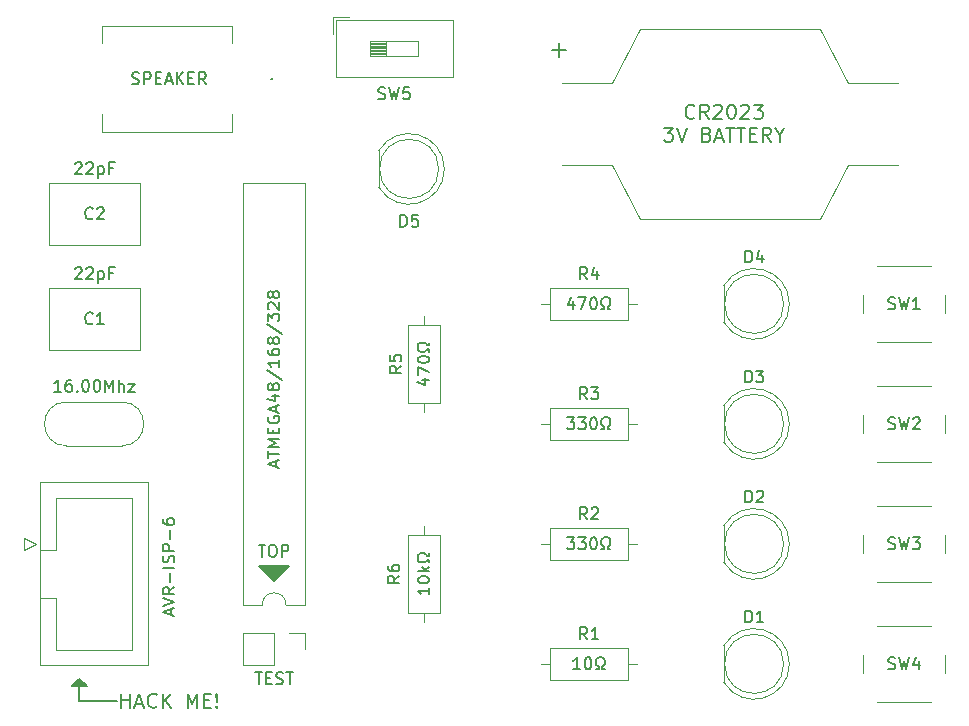
<source format=gbr>
%TF.GenerationSoftware,KiCad,Pcbnew,(6.0.0)*%
%TF.CreationDate,2022-04-21T14:56:22-04:00*%
%TF.ProjectId,DIY,4449592e-6b69-4636-9164-5f7063625858,rev?*%
%TF.SameCoordinates,Original*%
%TF.FileFunction,Legend,Top*%
%TF.FilePolarity,Positive*%
%FSLAX46Y46*%
G04 Gerber Fmt 4.6, Leading zero omitted, Abs format (unit mm)*
G04 Created by KiCad (PCBNEW (6.0.0)) date 2022-04-21 14:56:22*
%MOMM*%
%LPD*%
G01*
G04 APERTURE LIST*
%ADD10C,0.150000*%
%ADD11C,0.100000*%
%ADD12C,0.200000*%
%ADD13C,0.120000*%
G04 APERTURE END LIST*
D10*
X76890952Y-91844761D02*
X77033809Y-91892380D01*
X77271904Y-91892380D01*
X77367142Y-91844761D01*
X77414761Y-91797142D01*
X77462380Y-91701904D01*
X77462380Y-91606666D01*
X77414761Y-91511428D01*
X77367142Y-91463809D01*
X77271904Y-91416190D01*
X77081428Y-91368571D01*
X76986190Y-91320952D01*
X76938571Y-91273333D01*
X76890952Y-91178095D01*
X76890952Y-91082857D01*
X76938571Y-90987619D01*
X76986190Y-90940000D01*
X77081428Y-90892380D01*
X77319523Y-90892380D01*
X77462380Y-90940000D01*
X77890952Y-91892380D02*
X77890952Y-90892380D01*
X78271904Y-90892380D01*
X78367142Y-90940000D01*
X78414761Y-90987619D01*
X78462380Y-91082857D01*
X78462380Y-91225714D01*
X78414761Y-91320952D01*
X78367142Y-91368571D01*
X78271904Y-91416190D01*
X77890952Y-91416190D01*
X78890952Y-91368571D02*
X79224285Y-91368571D01*
X79367142Y-91892380D02*
X78890952Y-91892380D01*
X78890952Y-90892380D01*
X79367142Y-90892380D01*
X79748095Y-91606666D02*
X80224285Y-91606666D01*
X79652857Y-91892380D02*
X79986190Y-90892380D01*
X80319523Y-91892380D01*
X80652857Y-91892380D02*
X80652857Y-90892380D01*
X81224285Y-91892380D02*
X80795714Y-91320952D01*
X81224285Y-90892380D02*
X80652857Y-91463809D01*
X81652857Y-91368571D02*
X81986190Y-91368571D01*
X82129047Y-91892380D02*
X81652857Y-91892380D01*
X81652857Y-90892380D01*
X82129047Y-90892380D01*
X83129047Y-91892380D02*
X82795714Y-91416190D01*
X82557619Y-91892380D02*
X82557619Y-90892380D01*
X82938571Y-90892380D01*
X83033809Y-90940000D01*
X83081428Y-90987619D01*
X83129047Y-91082857D01*
X83129047Y-91225714D01*
X83081428Y-91320952D01*
X83033809Y-91368571D01*
X82938571Y-91416190D01*
X82557619Y-91416190D01*
X124485714Y-94712571D02*
X124428571Y-94769714D01*
X124257142Y-94826857D01*
X124142857Y-94826857D01*
X123971428Y-94769714D01*
X123857142Y-94655428D01*
X123800000Y-94541142D01*
X123742857Y-94312571D01*
X123742857Y-94141142D01*
X123800000Y-93912571D01*
X123857142Y-93798285D01*
X123971428Y-93684000D01*
X124142857Y-93626857D01*
X124257142Y-93626857D01*
X124428571Y-93684000D01*
X124485714Y-93741142D01*
X125685714Y-94826857D02*
X125285714Y-94255428D01*
X125000000Y-94826857D02*
X125000000Y-93626857D01*
X125457142Y-93626857D01*
X125571428Y-93684000D01*
X125628571Y-93741142D01*
X125685714Y-93855428D01*
X125685714Y-94026857D01*
X125628571Y-94141142D01*
X125571428Y-94198285D01*
X125457142Y-94255428D01*
X125000000Y-94255428D01*
X126142857Y-93741142D02*
X126200000Y-93684000D01*
X126314285Y-93626857D01*
X126600000Y-93626857D01*
X126714285Y-93684000D01*
X126771428Y-93741142D01*
X126828571Y-93855428D01*
X126828571Y-93969714D01*
X126771428Y-94141142D01*
X126085714Y-94826857D01*
X126828571Y-94826857D01*
X127571428Y-93626857D02*
X127685714Y-93626857D01*
X127800000Y-93684000D01*
X127857142Y-93741142D01*
X127914285Y-93855428D01*
X127971428Y-94084000D01*
X127971428Y-94369714D01*
X127914285Y-94598285D01*
X127857142Y-94712571D01*
X127800000Y-94769714D01*
X127685714Y-94826857D01*
X127571428Y-94826857D01*
X127457142Y-94769714D01*
X127400000Y-94712571D01*
X127342857Y-94598285D01*
X127285714Y-94369714D01*
X127285714Y-94084000D01*
X127342857Y-93855428D01*
X127400000Y-93741142D01*
X127457142Y-93684000D01*
X127571428Y-93626857D01*
X128428571Y-93741142D02*
X128485714Y-93684000D01*
X128600000Y-93626857D01*
X128885714Y-93626857D01*
X129000000Y-93684000D01*
X129057142Y-93741142D01*
X129114285Y-93855428D01*
X129114285Y-93969714D01*
X129057142Y-94141142D01*
X128371428Y-94826857D01*
X129114285Y-94826857D01*
X129514285Y-93626857D02*
X130257142Y-93626857D01*
X129857142Y-94084000D01*
X130028571Y-94084000D01*
X130142857Y-94141142D01*
X130200000Y-94198285D01*
X130257142Y-94312571D01*
X130257142Y-94598285D01*
X130200000Y-94712571D01*
X130142857Y-94769714D01*
X130028571Y-94826857D01*
X129685714Y-94826857D01*
X129571428Y-94769714D01*
X129514285Y-94712571D01*
X121942857Y-95558857D02*
X122685714Y-95558857D01*
X122285714Y-96016000D01*
X122457142Y-96016000D01*
X122571428Y-96073142D01*
X122628571Y-96130285D01*
X122685714Y-96244571D01*
X122685714Y-96530285D01*
X122628571Y-96644571D01*
X122571428Y-96701714D01*
X122457142Y-96758857D01*
X122114285Y-96758857D01*
X122000000Y-96701714D01*
X121942857Y-96644571D01*
X123028571Y-95558857D02*
X123428571Y-96758857D01*
X123828571Y-95558857D01*
X125542857Y-96130285D02*
X125714285Y-96187428D01*
X125771428Y-96244571D01*
X125828571Y-96358857D01*
X125828571Y-96530285D01*
X125771428Y-96644571D01*
X125714285Y-96701714D01*
X125600000Y-96758857D01*
X125142857Y-96758857D01*
X125142857Y-95558857D01*
X125542857Y-95558857D01*
X125657142Y-95616000D01*
X125714285Y-95673142D01*
X125771428Y-95787428D01*
X125771428Y-95901714D01*
X125714285Y-96016000D01*
X125657142Y-96073142D01*
X125542857Y-96130285D01*
X125142857Y-96130285D01*
X126285714Y-96416000D02*
X126857142Y-96416000D01*
X126171428Y-96758857D02*
X126571428Y-95558857D01*
X126971428Y-96758857D01*
X127200000Y-95558857D02*
X127885714Y-95558857D01*
X127542857Y-96758857D02*
X127542857Y-95558857D01*
X128114285Y-95558857D02*
X128800000Y-95558857D01*
X128457142Y-96758857D02*
X128457142Y-95558857D01*
X129200000Y-96130285D02*
X129600000Y-96130285D01*
X129771428Y-96758857D02*
X129200000Y-96758857D01*
X129200000Y-95558857D01*
X129771428Y-95558857D01*
X130971428Y-96758857D02*
X130571428Y-96187428D01*
X130285714Y-96758857D02*
X130285714Y-95558857D01*
X130742857Y-95558857D01*
X130857142Y-95616000D01*
X130914285Y-95673142D01*
X130971428Y-95787428D01*
X130971428Y-95958857D01*
X130914285Y-96073142D01*
X130857142Y-96130285D01*
X130742857Y-96187428D01*
X130285714Y-96187428D01*
X131714285Y-96187428D02*
X131714285Y-96758857D01*
X131314285Y-95558857D02*
X131714285Y-96187428D01*
X132114285Y-95558857D01*
X73025000Y-142875000D02*
X71755000Y-142875000D01*
X71755000Y-142875000D02*
X72390000Y-142240000D01*
X72390000Y-142240000D02*
X73025000Y-142875000D01*
G36*
X73025000Y-142875000D02*
G01*
X71755000Y-142875000D01*
X72390000Y-142240000D01*
X73025000Y-142875000D01*
G37*
X73025000Y-142875000D02*
X71755000Y-142875000D01*
X72390000Y-142240000D01*
X73025000Y-142875000D01*
X88900000Y-133985000D02*
X87630000Y-132715000D01*
X87630000Y-132715000D02*
X90170000Y-132715000D01*
X90170000Y-132715000D02*
X88900000Y-133985000D01*
G36*
X88900000Y-133985000D02*
G01*
X87630000Y-132715000D01*
X90170000Y-132715000D01*
X88900000Y-133985000D01*
G37*
X88900000Y-133985000D02*
X87630000Y-132715000D01*
X90170000Y-132715000D01*
X88900000Y-133985000D01*
X87590476Y-130897380D02*
X88161904Y-130897380D01*
X87876190Y-131897380D02*
X87876190Y-130897380D01*
X88685714Y-130897380D02*
X88876190Y-130897380D01*
X88971428Y-130945000D01*
X89066666Y-131040238D01*
X89114285Y-131230714D01*
X89114285Y-131564047D01*
X89066666Y-131754523D01*
X88971428Y-131849761D01*
X88876190Y-131897380D01*
X88685714Y-131897380D01*
X88590476Y-131849761D01*
X88495238Y-131754523D01*
X88447619Y-131564047D01*
X88447619Y-131230714D01*
X88495238Y-131040238D01*
X88590476Y-130945000D01*
X88685714Y-130897380D01*
X89542857Y-131897380D02*
X89542857Y-130897380D01*
X89923809Y-130897380D01*
X90019047Y-130945000D01*
X90066666Y-130992619D01*
X90114285Y-131087857D01*
X90114285Y-131230714D01*
X90066666Y-131325952D01*
X90019047Y-131373571D01*
X89923809Y-131421190D01*
X89542857Y-131421190D01*
X89066666Y-124268571D02*
X89066666Y-123792380D01*
X89352380Y-124363809D02*
X88352380Y-124030476D01*
X89352380Y-123697142D01*
X88352380Y-123506666D02*
X88352380Y-122935238D01*
X89352380Y-123220952D02*
X88352380Y-123220952D01*
X89352380Y-122601904D02*
X88352380Y-122601904D01*
X89066666Y-122268571D01*
X88352380Y-121935238D01*
X89352380Y-121935238D01*
X88828571Y-121459047D02*
X88828571Y-121125714D01*
X89352380Y-120982857D02*
X89352380Y-121459047D01*
X88352380Y-121459047D01*
X88352380Y-120982857D01*
X88400000Y-120030476D02*
X88352380Y-120125714D01*
X88352380Y-120268571D01*
X88400000Y-120411428D01*
X88495238Y-120506666D01*
X88590476Y-120554285D01*
X88780952Y-120601904D01*
X88923809Y-120601904D01*
X89114285Y-120554285D01*
X89209523Y-120506666D01*
X89304761Y-120411428D01*
X89352380Y-120268571D01*
X89352380Y-120173333D01*
X89304761Y-120030476D01*
X89257142Y-119982857D01*
X88923809Y-119982857D01*
X88923809Y-120173333D01*
X89066666Y-119601904D02*
X89066666Y-119125714D01*
X89352380Y-119697142D02*
X88352380Y-119363809D01*
X89352380Y-119030476D01*
X88685714Y-118268571D02*
X89352380Y-118268571D01*
X88304761Y-118506666D02*
X89019047Y-118744761D01*
X89019047Y-118125714D01*
X88780952Y-117601904D02*
X88733333Y-117697142D01*
X88685714Y-117744761D01*
X88590476Y-117792380D01*
X88542857Y-117792380D01*
X88447619Y-117744761D01*
X88400000Y-117697142D01*
X88352380Y-117601904D01*
X88352380Y-117411428D01*
X88400000Y-117316190D01*
X88447619Y-117268571D01*
X88542857Y-117220952D01*
X88590476Y-117220952D01*
X88685714Y-117268571D01*
X88733333Y-117316190D01*
X88780952Y-117411428D01*
X88780952Y-117601904D01*
X88828571Y-117697142D01*
X88876190Y-117744761D01*
X88971428Y-117792380D01*
X89161904Y-117792380D01*
X89257142Y-117744761D01*
X89304761Y-117697142D01*
X89352380Y-117601904D01*
X89352380Y-117411428D01*
X89304761Y-117316190D01*
X89257142Y-117268571D01*
X89161904Y-117220952D01*
X88971428Y-117220952D01*
X88876190Y-117268571D01*
X88828571Y-117316190D01*
X88780952Y-117411428D01*
X88304761Y-116078095D02*
X89590476Y-116935238D01*
X89352380Y-115220952D02*
X89352380Y-115792380D01*
X89352380Y-115506666D02*
X88352380Y-115506666D01*
X88495238Y-115601904D01*
X88590476Y-115697142D01*
X88638095Y-115792380D01*
X88352380Y-114363809D02*
X88352380Y-114554285D01*
X88400000Y-114649523D01*
X88447619Y-114697142D01*
X88590476Y-114792380D01*
X88780952Y-114840000D01*
X89161904Y-114840000D01*
X89257142Y-114792380D01*
X89304761Y-114744761D01*
X89352380Y-114649523D01*
X89352380Y-114459047D01*
X89304761Y-114363809D01*
X89257142Y-114316190D01*
X89161904Y-114268571D01*
X88923809Y-114268571D01*
X88828571Y-114316190D01*
X88780952Y-114363809D01*
X88733333Y-114459047D01*
X88733333Y-114649523D01*
X88780952Y-114744761D01*
X88828571Y-114792380D01*
X88923809Y-114840000D01*
X88780952Y-113697142D02*
X88733333Y-113792380D01*
X88685714Y-113840000D01*
X88590476Y-113887619D01*
X88542857Y-113887619D01*
X88447619Y-113840000D01*
X88400000Y-113792380D01*
X88352380Y-113697142D01*
X88352380Y-113506666D01*
X88400000Y-113411428D01*
X88447619Y-113363809D01*
X88542857Y-113316190D01*
X88590476Y-113316190D01*
X88685714Y-113363809D01*
X88733333Y-113411428D01*
X88780952Y-113506666D01*
X88780952Y-113697142D01*
X88828571Y-113792380D01*
X88876190Y-113840000D01*
X88971428Y-113887619D01*
X89161904Y-113887619D01*
X89257142Y-113840000D01*
X89304761Y-113792380D01*
X89352380Y-113697142D01*
X89352380Y-113506666D01*
X89304761Y-113411428D01*
X89257142Y-113363809D01*
X89161904Y-113316190D01*
X88971428Y-113316190D01*
X88876190Y-113363809D01*
X88828571Y-113411428D01*
X88780952Y-113506666D01*
X88304761Y-112173333D02*
X89590476Y-113030476D01*
X88352380Y-111935238D02*
X88352380Y-111316190D01*
X88733333Y-111649523D01*
X88733333Y-111506666D01*
X88780952Y-111411428D01*
X88828571Y-111363809D01*
X88923809Y-111316190D01*
X89161904Y-111316190D01*
X89257142Y-111363809D01*
X89304761Y-111411428D01*
X89352380Y-111506666D01*
X89352380Y-111792380D01*
X89304761Y-111887619D01*
X89257142Y-111935238D01*
X88447619Y-110935238D02*
X88400000Y-110887619D01*
X88352380Y-110792380D01*
X88352380Y-110554285D01*
X88400000Y-110459047D01*
X88447619Y-110411428D01*
X88542857Y-110363809D01*
X88638095Y-110363809D01*
X88780952Y-110411428D01*
X89352380Y-110982857D01*
X89352380Y-110363809D01*
X88780952Y-109792380D02*
X88733333Y-109887619D01*
X88685714Y-109935238D01*
X88590476Y-109982857D01*
X88542857Y-109982857D01*
X88447619Y-109935238D01*
X88400000Y-109887619D01*
X88352380Y-109792380D01*
X88352380Y-109601904D01*
X88400000Y-109506666D01*
X88447619Y-109459047D01*
X88542857Y-109411428D01*
X88590476Y-109411428D01*
X88685714Y-109459047D01*
X88733333Y-109506666D01*
X88780952Y-109601904D01*
X88780952Y-109792380D01*
X88828571Y-109887619D01*
X88876190Y-109935238D01*
X88971428Y-109982857D01*
X89161904Y-109982857D01*
X89257142Y-109935238D01*
X89304761Y-109887619D01*
X89352380Y-109792380D01*
X89352380Y-109601904D01*
X89304761Y-109506666D01*
X89257142Y-109459047D01*
X89161904Y-109411428D01*
X88971428Y-109411428D01*
X88876190Y-109459047D01*
X88828571Y-109506666D01*
X88780952Y-109601904D01*
X75981428Y-144687857D02*
X75981428Y-143487857D01*
X75981428Y-144059285D02*
X76667142Y-144059285D01*
X76667142Y-144687857D02*
X76667142Y-143487857D01*
X77181428Y-144345000D02*
X77752857Y-144345000D01*
X77067142Y-144687857D02*
X77467142Y-143487857D01*
X77867142Y-144687857D01*
X78952857Y-144573571D02*
X78895714Y-144630714D01*
X78724285Y-144687857D01*
X78610000Y-144687857D01*
X78438571Y-144630714D01*
X78324285Y-144516428D01*
X78267142Y-144402142D01*
X78210000Y-144173571D01*
X78210000Y-144002142D01*
X78267142Y-143773571D01*
X78324285Y-143659285D01*
X78438571Y-143545000D01*
X78610000Y-143487857D01*
X78724285Y-143487857D01*
X78895714Y-143545000D01*
X78952857Y-143602142D01*
X79467142Y-144687857D02*
X79467142Y-143487857D01*
X80152857Y-144687857D02*
X79638571Y-144002142D01*
X80152857Y-143487857D02*
X79467142Y-144173571D01*
X81581428Y-144687857D02*
X81581428Y-143487857D01*
X81981428Y-144345000D01*
X82381428Y-143487857D01*
X82381428Y-144687857D01*
X82952857Y-144059285D02*
X83352857Y-144059285D01*
X83524285Y-144687857D02*
X82952857Y-144687857D01*
X82952857Y-143487857D01*
X83524285Y-143487857D01*
X84038571Y-144573571D02*
X84095714Y-144630714D01*
X84038571Y-144687857D01*
X83981428Y-144630714D01*
X84038571Y-144573571D01*
X84038571Y-144687857D01*
X84038571Y-144230714D02*
X83981428Y-143545000D01*
X84038571Y-143487857D01*
X84095714Y-143545000D01*
X84038571Y-144230714D01*
X84038571Y-143487857D01*
X72390000Y-144145000D02*
X75565000Y-144145000D01*
X72390000Y-142240000D02*
X72390000Y-144145000D01*
X112458571Y-89007142D02*
X113601428Y-89007142D01*
X113030000Y-89578571D02*
X113030000Y-88435714D01*
%TO.C,SW5*%
X97726666Y-93114761D02*
X97869523Y-93162380D01*
X98107619Y-93162380D01*
X98202857Y-93114761D01*
X98250476Y-93067142D01*
X98298095Y-92971904D01*
X98298095Y-92876666D01*
X98250476Y-92781428D01*
X98202857Y-92733809D01*
X98107619Y-92686190D01*
X97917142Y-92638571D01*
X97821904Y-92590952D01*
X97774285Y-92543333D01*
X97726666Y-92448095D01*
X97726666Y-92352857D01*
X97774285Y-92257619D01*
X97821904Y-92210000D01*
X97917142Y-92162380D01*
X98155238Y-92162380D01*
X98298095Y-92210000D01*
X98631428Y-92162380D02*
X98869523Y-93162380D01*
X99060000Y-92448095D01*
X99250476Y-93162380D01*
X99488571Y-92162380D01*
X100345714Y-92162380D02*
X99869523Y-92162380D01*
X99821904Y-92638571D01*
X99869523Y-92590952D01*
X99964761Y-92543333D01*
X100202857Y-92543333D01*
X100298095Y-92590952D01*
X100345714Y-92638571D01*
X100393333Y-92733809D01*
X100393333Y-92971904D01*
X100345714Y-93067142D01*
X100298095Y-93114761D01*
X100202857Y-93162380D01*
X99964761Y-93162380D01*
X99869523Y-93114761D01*
X99821904Y-93067142D01*
%TO.C,C2*%
X73533333Y-103227142D02*
X73485714Y-103274761D01*
X73342857Y-103322380D01*
X73247619Y-103322380D01*
X73104761Y-103274761D01*
X73009523Y-103179523D01*
X72961904Y-103084285D01*
X72914285Y-102893809D01*
X72914285Y-102750952D01*
X72961904Y-102560476D01*
X73009523Y-102465238D01*
X73104761Y-102370000D01*
X73247619Y-102322380D01*
X73342857Y-102322380D01*
X73485714Y-102370000D01*
X73533333Y-102417619D01*
X73914285Y-102417619D02*
X73961904Y-102370000D01*
X74057142Y-102322380D01*
X74295238Y-102322380D01*
X74390476Y-102370000D01*
X74438095Y-102417619D01*
X74485714Y-102512857D01*
X74485714Y-102608095D01*
X74438095Y-102750952D01*
X73866666Y-103322380D01*
X74485714Y-103322380D01*
X72057142Y-98607619D02*
X72104761Y-98560000D01*
X72200000Y-98512380D01*
X72438095Y-98512380D01*
X72533333Y-98560000D01*
X72580952Y-98607619D01*
X72628571Y-98702857D01*
X72628571Y-98798095D01*
X72580952Y-98940952D01*
X72009523Y-99512380D01*
X72628571Y-99512380D01*
X73009523Y-98607619D02*
X73057142Y-98560000D01*
X73152380Y-98512380D01*
X73390476Y-98512380D01*
X73485714Y-98560000D01*
X73533333Y-98607619D01*
X73580952Y-98702857D01*
X73580952Y-98798095D01*
X73533333Y-98940952D01*
X72961904Y-99512380D01*
X73580952Y-99512380D01*
X74009523Y-98845714D02*
X74009523Y-99845714D01*
X74009523Y-98893333D02*
X74104761Y-98845714D01*
X74295238Y-98845714D01*
X74390476Y-98893333D01*
X74438095Y-98940952D01*
X74485714Y-99036190D01*
X74485714Y-99321904D01*
X74438095Y-99417142D01*
X74390476Y-99464761D01*
X74295238Y-99512380D01*
X74104761Y-99512380D01*
X74009523Y-99464761D01*
X75247619Y-98988571D02*
X74914285Y-98988571D01*
X74914285Y-99512380D02*
X74914285Y-98512380D01*
X75390476Y-98512380D01*
%TO.C,C1*%
X72057142Y-107497619D02*
X72104761Y-107450000D01*
X72200000Y-107402380D01*
X72438095Y-107402380D01*
X72533333Y-107450000D01*
X72580952Y-107497619D01*
X72628571Y-107592857D01*
X72628571Y-107688095D01*
X72580952Y-107830952D01*
X72009523Y-108402380D01*
X72628571Y-108402380D01*
X73009523Y-107497619D02*
X73057142Y-107450000D01*
X73152380Y-107402380D01*
X73390476Y-107402380D01*
X73485714Y-107450000D01*
X73533333Y-107497619D01*
X73580952Y-107592857D01*
X73580952Y-107688095D01*
X73533333Y-107830952D01*
X72961904Y-108402380D01*
X73580952Y-108402380D01*
X74009523Y-107735714D02*
X74009523Y-108735714D01*
X74009523Y-107783333D02*
X74104761Y-107735714D01*
X74295238Y-107735714D01*
X74390476Y-107783333D01*
X74438095Y-107830952D01*
X74485714Y-107926190D01*
X74485714Y-108211904D01*
X74438095Y-108307142D01*
X74390476Y-108354761D01*
X74295238Y-108402380D01*
X74104761Y-108402380D01*
X74009523Y-108354761D01*
X75247619Y-107878571D02*
X74914285Y-107878571D01*
X74914285Y-108402380D02*
X74914285Y-107402380D01*
X75390476Y-107402380D01*
X73533333Y-112117142D02*
X73485714Y-112164761D01*
X73342857Y-112212380D01*
X73247619Y-112212380D01*
X73104761Y-112164761D01*
X73009523Y-112069523D01*
X72961904Y-111974285D01*
X72914285Y-111783809D01*
X72914285Y-111640952D01*
X72961904Y-111450476D01*
X73009523Y-111355238D01*
X73104761Y-111260000D01*
X73247619Y-111212380D01*
X73342857Y-111212380D01*
X73485714Y-111260000D01*
X73533333Y-111307619D01*
X74485714Y-112212380D02*
X73914285Y-112212380D01*
X74200000Y-112212380D02*
X74200000Y-111212380D01*
X74104761Y-111355238D01*
X74009523Y-111450476D01*
X73914285Y-111498095D01*
%TO.C,J1*%
X80176666Y-136810238D02*
X80176666Y-136334047D01*
X80462380Y-136905476D02*
X79462380Y-136572142D01*
X80462380Y-136238809D01*
X79462380Y-136048333D02*
X80462380Y-135715000D01*
X79462380Y-135381666D01*
X80462380Y-134476904D02*
X79986190Y-134810238D01*
X80462380Y-135048333D02*
X79462380Y-135048333D01*
X79462380Y-134667380D01*
X79510000Y-134572142D01*
X79557619Y-134524523D01*
X79652857Y-134476904D01*
X79795714Y-134476904D01*
X79890952Y-134524523D01*
X79938571Y-134572142D01*
X79986190Y-134667380D01*
X79986190Y-135048333D01*
X80081428Y-134048333D02*
X80081428Y-133286428D01*
X80462380Y-132810238D02*
X79462380Y-132810238D01*
X80414761Y-132381666D02*
X80462380Y-132238809D01*
X80462380Y-132000714D01*
X80414761Y-131905476D01*
X80367142Y-131857857D01*
X80271904Y-131810238D01*
X80176666Y-131810238D01*
X80081428Y-131857857D01*
X80033809Y-131905476D01*
X79986190Y-132000714D01*
X79938571Y-132191190D01*
X79890952Y-132286428D01*
X79843333Y-132334047D01*
X79748095Y-132381666D01*
X79652857Y-132381666D01*
X79557619Y-132334047D01*
X79510000Y-132286428D01*
X79462380Y-132191190D01*
X79462380Y-131953095D01*
X79510000Y-131810238D01*
X80462380Y-131381666D02*
X79462380Y-131381666D01*
X79462380Y-131000714D01*
X79510000Y-130905476D01*
X79557619Y-130857857D01*
X79652857Y-130810238D01*
X79795714Y-130810238D01*
X79890952Y-130857857D01*
X79938571Y-130905476D01*
X79986190Y-131000714D01*
X79986190Y-131381666D01*
X80081428Y-130381666D02*
X80081428Y-129619761D01*
X79462380Y-128715000D02*
X79462380Y-128905476D01*
X79510000Y-129000714D01*
X79557619Y-129048333D01*
X79700476Y-129143571D01*
X79890952Y-129191190D01*
X80271904Y-129191190D01*
X80367142Y-129143571D01*
X80414761Y-129095952D01*
X80462380Y-129000714D01*
X80462380Y-128810238D01*
X80414761Y-128715000D01*
X80367142Y-128667380D01*
X80271904Y-128619761D01*
X80033809Y-128619761D01*
X79938571Y-128667380D01*
X79890952Y-128715000D01*
X79843333Y-128810238D01*
X79843333Y-129000714D01*
X79890952Y-129095952D01*
X79938571Y-129143571D01*
X80033809Y-129191190D01*
%TO.C,TEST*%
X87304761Y-141692380D02*
X87876190Y-141692380D01*
X87590476Y-142692380D02*
X87590476Y-141692380D01*
X88209523Y-142168571D02*
X88542857Y-142168571D01*
X88685714Y-142692380D02*
X88209523Y-142692380D01*
X88209523Y-141692380D01*
X88685714Y-141692380D01*
X89066666Y-142644761D02*
X89209523Y-142692380D01*
X89447619Y-142692380D01*
X89542857Y-142644761D01*
X89590476Y-142597142D01*
X89638095Y-142501904D01*
X89638095Y-142406666D01*
X89590476Y-142311428D01*
X89542857Y-142263809D01*
X89447619Y-142216190D01*
X89257142Y-142168571D01*
X89161904Y-142120952D01*
X89114285Y-142073333D01*
X89066666Y-141978095D01*
X89066666Y-141882857D01*
X89114285Y-141787619D01*
X89161904Y-141740000D01*
X89257142Y-141692380D01*
X89495238Y-141692380D01*
X89638095Y-141740000D01*
X89923809Y-141692380D02*
X90495238Y-141692380D01*
X90209523Y-142692380D02*
X90209523Y-141692380D01*
%TO.C,Y1*%
X70850476Y-117927380D02*
X70279047Y-117927380D01*
X70564761Y-117927380D02*
X70564761Y-116927380D01*
X70469523Y-117070238D01*
X70374285Y-117165476D01*
X70279047Y-117213095D01*
X71707619Y-116927380D02*
X71517142Y-116927380D01*
X71421904Y-116975000D01*
X71374285Y-117022619D01*
X71279047Y-117165476D01*
X71231428Y-117355952D01*
X71231428Y-117736904D01*
X71279047Y-117832142D01*
X71326666Y-117879761D01*
X71421904Y-117927380D01*
X71612380Y-117927380D01*
X71707619Y-117879761D01*
X71755238Y-117832142D01*
X71802857Y-117736904D01*
X71802857Y-117498809D01*
X71755238Y-117403571D01*
X71707619Y-117355952D01*
X71612380Y-117308333D01*
X71421904Y-117308333D01*
X71326666Y-117355952D01*
X71279047Y-117403571D01*
X71231428Y-117498809D01*
X72231428Y-117832142D02*
X72279047Y-117879761D01*
X72231428Y-117927380D01*
X72183809Y-117879761D01*
X72231428Y-117832142D01*
X72231428Y-117927380D01*
X72898095Y-116927380D02*
X72993333Y-116927380D01*
X73088571Y-116975000D01*
X73136190Y-117022619D01*
X73183809Y-117117857D01*
X73231428Y-117308333D01*
X73231428Y-117546428D01*
X73183809Y-117736904D01*
X73136190Y-117832142D01*
X73088571Y-117879761D01*
X72993333Y-117927380D01*
X72898095Y-117927380D01*
X72802857Y-117879761D01*
X72755238Y-117832142D01*
X72707619Y-117736904D01*
X72660000Y-117546428D01*
X72660000Y-117308333D01*
X72707619Y-117117857D01*
X72755238Y-117022619D01*
X72802857Y-116975000D01*
X72898095Y-116927380D01*
X73850476Y-116927380D02*
X73945714Y-116927380D01*
X74040952Y-116975000D01*
X74088571Y-117022619D01*
X74136190Y-117117857D01*
X74183809Y-117308333D01*
X74183809Y-117546428D01*
X74136190Y-117736904D01*
X74088571Y-117832142D01*
X74040952Y-117879761D01*
X73945714Y-117927380D01*
X73850476Y-117927380D01*
X73755238Y-117879761D01*
X73707619Y-117832142D01*
X73660000Y-117736904D01*
X73612380Y-117546428D01*
X73612380Y-117308333D01*
X73660000Y-117117857D01*
X73707619Y-117022619D01*
X73755238Y-116975000D01*
X73850476Y-116927380D01*
X74612380Y-117927380D02*
X74612380Y-116927380D01*
X74945714Y-117641666D01*
X75279047Y-116927380D01*
X75279047Y-117927380D01*
X75755238Y-117927380D02*
X75755238Y-116927380D01*
X76183809Y-117927380D02*
X76183809Y-117403571D01*
X76136190Y-117308333D01*
X76040952Y-117260714D01*
X75898095Y-117260714D01*
X75802857Y-117308333D01*
X75755238Y-117355952D01*
X76564761Y-117260714D02*
X77088571Y-117260714D01*
X76564761Y-117927380D01*
X77088571Y-117927380D01*
%TO.C,D5*%
X99591904Y-103957380D02*
X99591904Y-102957380D01*
X99830000Y-102957380D01*
X99972857Y-103005000D01*
X100068095Y-103100238D01*
X100115714Y-103195476D01*
X100163333Y-103385952D01*
X100163333Y-103528809D01*
X100115714Y-103719285D01*
X100068095Y-103814523D01*
X99972857Y-103909761D01*
X99830000Y-103957380D01*
X99591904Y-103957380D01*
X101068095Y-102957380D02*
X100591904Y-102957380D01*
X100544285Y-103433571D01*
X100591904Y-103385952D01*
X100687142Y-103338333D01*
X100925238Y-103338333D01*
X101020476Y-103385952D01*
X101068095Y-103433571D01*
X101115714Y-103528809D01*
X101115714Y-103766904D01*
X101068095Y-103862142D01*
X101020476Y-103909761D01*
X100925238Y-103957380D01*
X100687142Y-103957380D01*
X100591904Y-103909761D01*
X100544285Y-103862142D01*
%TO.C,R6*%
X99512380Y-133516666D02*
X99036190Y-133850000D01*
X99512380Y-134088095D02*
X98512380Y-134088095D01*
X98512380Y-133707142D01*
X98560000Y-133611904D01*
X98607619Y-133564285D01*
X98702857Y-133516666D01*
X98845714Y-133516666D01*
X98940952Y-133564285D01*
X98988571Y-133611904D01*
X99036190Y-133707142D01*
X99036190Y-134088095D01*
X98512380Y-132659523D02*
X98512380Y-132850000D01*
X98560000Y-132945238D01*
X98607619Y-132992857D01*
X98750476Y-133088095D01*
X98940952Y-133135714D01*
X99321904Y-133135714D01*
X99417142Y-133088095D01*
X99464761Y-133040476D01*
X99512380Y-132945238D01*
X99512380Y-132754761D01*
X99464761Y-132659523D01*
X99417142Y-132611904D01*
X99321904Y-132564285D01*
X99083809Y-132564285D01*
X98988571Y-132611904D01*
X98940952Y-132659523D01*
X98893333Y-132754761D01*
X98893333Y-132945238D01*
X98940952Y-133040476D01*
X98988571Y-133088095D01*
X99083809Y-133135714D01*
X102052380Y-134516666D02*
X102052380Y-135088095D01*
X102052380Y-134802380D02*
X101052380Y-134802380D01*
X101195238Y-134897619D01*
X101290476Y-134992857D01*
X101338095Y-135088095D01*
X101052380Y-133897619D02*
X101052380Y-133802380D01*
X101100000Y-133707142D01*
X101147619Y-133659523D01*
X101242857Y-133611904D01*
X101433333Y-133564285D01*
X101671428Y-133564285D01*
X101861904Y-133611904D01*
X101957142Y-133659523D01*
X102004761Y-133707142D01*
X102052380Y-133802380D01*
X102052380Y-133897619D01*
X102004761Y-133992857D01*
X101957142Y-134040476D01*
X101861904Y-134088095D01*
X101671428Y-134135714D01*
X101433333Y-134135714D01*
X101242857Y-134088095D01*
X101147619Y-134040476D01*
X101100000Y-133992857D01*
X101052380Y-133897619D01*
X102052380Y-133135714D02*
X101052380Y-133135714D01*
X101671428Y-133040476D02*
X102052380Y-132754761D01*
X101385714Y-132754761D02*
X101766666Y-133135714D01*
X102052380Y-132373809D02*
X102052380Y-132135714D01*
X101861904Y-132135714D01*
X101814285Y-132230952D01*
X101719047Y-132326190D01*
X101576190Y-132373809D01*
X101338095Y-132373809D01*
X101195238Y-132326190D01*
X101100000Y-132230952D01*
X101052380Y-132088095D01*
X101052380Y-131897619D01*
X101100000Y-131754761D01*
X101195238Y-131659523D01*
X101338095Y-131611904D01*
X101576190Y-131611904D01*
X101719047Y-131659523D01*
X101814285Y-131754761D01*
X101861904Y-131850000D01*
X102052380Y-131850000D01*
X102052380Y-131611904D01*
%TO.C,R5*%
X99682380Y-115736666D02*
X99206190Y-116070000D01*
X99682380Y-116308095D02*
X98682380Y-116308095D01*
X98682380Y-115927142D01*
X98730000Y-115831904D01*
X98777619Y-115784285D01*
X98872857Y-115736666D01*
X99015714Y-115736666D01*
X99110952Y-115784285D01*
X99158571Y-115831904D01*
X99206190Y-115927142D01*
X99206190Y-116308095D01*
X98682380Y-114831904D02*
X98682380Y-115308095D01*
X99158571Y-115355714D01*
X99110952Y-115308095D01*
X99063333Y-115212857D01*
X99063333Y-114974761D01*
X99110952Y-114879523D01*
X99158571Y-114831904D01*
X99253809Y-114784285D01*
X99491904Y-114784285D01*
X99587142Y-114831904D01*
X99634761Y-114879523D01*
X99682380Y-114974761D01*
X99682380Y-115212857D01*
X99634761Y-115308095D01*
X99587142Y-115355714D01*
X101385714Y-116903333D02*
X102052380Y-116903333D01*
X101004761Y-117141428D02*
X101719047Y-117379523D01*
X101719047Y-116760476D01*
X101052380Y-116474761D02*
X101052380Y-115808095D01*
X102052380Y-116236666D01*
X101052380Y-115236666D02*
X101052380Y-115141428D01*
X101100000Y-115046190D01*
X101147619Y-114998571D01*
X101242857Y-114950952D01*
X101433333Y-114903333D01*
X101671428Y-114903333D01*
X101861904Y-114950952D01*
X101957142Y-114998571D01*
X102004761Y-115046190D01*
X102052380Y-115141428D01*
X102052380Y-115236666D01*
X102004761Y-115331904D01*
X101957142Y-115379523D01*
X101861904Y-115427142D01*
X101671428Y-115474761D01*
X101433333Y-115474761D01*
X101242857Y-115427142D01*
X101147619Y-115379523D01*
X101100000Y-115331904D01*
X101052380Y-115236666D01*
X102052380Y-114522380D02*
X102052380Y-114284285D01*
X101861904Y-114284285D01*
X101814285Y-114379523D01*
X101719047Y-114474761D01*
X101576190Y-114522380D01*
X101338095Y-114522380D01*
X101195238Y-114474761D01*
X101100000Y-114379523D01*
X101052380Y-114236666D01*
X101052380Y-114046190D01*
X101100000Y-113903333D01*
X101195238Y-113808095D01*
X101338095Y-113760476D01*
X101576190Y-113760476D01*
X101719047Y-113808095D01*
X101814285Y-113903333D01*
X101861904Y-113998571D01*
X102052380Y-113998571D01*
X102052380Y-113760476D01*
%TO.C,SW4*%
X140906666Y-141374761D02*
X141049523Y-141422380D01*
X141287619Y-141422380D01*
X141382857Y-141374761D01*
X141430476Y-141327142D01*
X141478095Y-141231904D01*
X141478095Y-141136666D01*
X141430476Y-141041428D01*
X141382857Y-140993809D01*
X141287619Y-140946190D01*
X141097142Y-140898571D01*
X141001904Y-140850952D01*
X140954285Y-140803333D01*
X140906666Y-140708095D01*
X140906666Y-140612857D01*
X140954285Y-140517619D01*
X141001904Y-140470000D01*
X141097142Y-140422380D01*
X141335238Y-140422380D01*
X141478095Y-140470000D01*
X141811428Y-140422380D02*
X142049523Y-141422380D01*
X142240000Y-140708095D01*
X142430476Y-141422380D01*
X142668571Y-140422380D01*
X143478095Y-140755714D02*
X143478095Y-141422380D01*
X143240000Y-140374761D02*
X143001904Y-141089047D01*
X143620952Y-141089047D01*
%TO.C,SW3*%
X140906666Y-131214761D02*
X141049523Y-131262380D01*
X141287619Y-131262380D01*
X141382857Y-131214761D01*
X141430476Y-131167142D01*
X141478095Y-131071904D01*
X141478095Y-130976666D01*
X141430476Y-130881428D01*
X141382857Y-130833809D01*
X141287619Y-130786190D01*
X141097142Y-130738571D01*
X141001904Y-130690952D01*
X140954285Y-130643333D01*
X140906666Y-130548095D01*
X140906666Y-130452857D01*
X140954285Y-130357619D01*
X141001904Y-130310000D01*
X141097142Y-130262380D01*
X141335238Y-130262380D01*
X141478095Y-130310000D01*
X141811428Y-130262380D02*
X142049523Y-131262380D01*
X142240000Y-130548095D01*
X142430476Y-131262380D01*
X142668571Y-130262380D01*
X142954285Y-130262380D02*
X143573333Y-130262380D01*
X143240000Y-130643333D01*
X143382857Y-130643333D01*
X143478095Y-130690952D01*
X143525714Y-130738571D01*
X143573333Y-130833809D01*
X143573333Y-131071904D01*
X143525714Y-131167142D01*
X143478095Y-131214761D01*
X143382857Y-131262380D01*
X143097142Y-131262380D01*
X143001904Y-131214761D01*
X142954285Y-131167142D01*
%TO.C,SW2*%
X140906666Y-121054761D02*
X141049523Y-121102380D01*
X141287619Y-121102380D01*
X141382857Y-121054761D01*
X141430476Y-121007142D01*
X141478095Y-120911904D01*
X141478095Y-120816666D01*
X141430476Y-120721428D01*
X141382857Y-120673809D01*
X141287619Y-120626190D01*
X141097142Y-120578571D01*
X141001904Y-120530952D01*
X140954285Y-120483333D01*
X140906666Y-120388095D01*
X140906666Y-120292857D01*
X140954285Y-120197619D01*
X141001904Y-120150000D01*
X141097142Y-120102380D01*
X141335238Y-120102380D01*
X141478095Y-120150000D01*
X141811428Y-120102380D02*
X142049523Y-121102380D01*
X142240000Y-120388095D01*
X142430476Y-121102380D01*
X142668571Y-120102380D01*
X143001904Y-120197619D02*
X143049523Y-120150000D01*
X143144761Y-120102380D01*
X143382857Y-120102380D01*
X143478095Y-120150000D01*
X143525714Y-120197619D01*
X143573333Y-120292857D01*
X143573333Y-120388095D01*
X143525714Y-120530952D01*
X142954285Y-121102380D01*
X143573333Y-121102380D01*
%TO.C,SW1*%
X140906666Y-110894761D02*
X141049523Y-110942380D01*
X141287619Y-110942380D01*
X141382857Y-110894761D01*
X141430476Y-110847142D01*
X141478095Y-110751904D01*
X141478095Y-110656666D01*
X141430476Y-110561428D01*
X141382857Y-110513809D01*
X141287619Y-110466190D01*
X141097142Y-110418571D01*
X141001904Y-110370952D01*
X140954285Y-110323333D01*
X140906666Y-110228095D01*
X140906666Y-110132857D01*
X140954285Y-110037619D01*
X141001904Y-109990000D01*
X141097142Y-109942380D01*
X141335238Y-109942380D01*
X141478095Y-109990000D01*
X141811428Y-109942380D02*
X142049523Y-110942380D01*
X142240000Y-110228095D01*
X142430476Y-110942380D01*
X142668571Y-109942380D01*
X143573333Y-110942380D02*
X143001904Y-110942380D01*
X143287619Y-110942380D02*
X143287619Y-109942380D01*
X143192380Y-110085238D01*
X143097142Y-110180476D01*
X143001904Y-110228095D01*
%TO.C,D4*%
X128801904Y-106982380D02*
X128801904Y-105982380D01*
X129040000Y-105982380D01*
X129182857Y-106030000D01*
X129278095Y-106125238D01*
X129325714Y-106220476D01*
X129373333Y-106410952D01*
X129373333Y-106553809D01*
X129325714Y-106744285D01*
X129278095Y-106839523D01*
X129182857Y-106934761D01*
X129040000Y-106982380D01*
X128801904Y-106982380D01*
X130230476Y-106315714D02*
X130230476Y-106982380D01*
X129992380Y-105934761D02*
X129754285Y-106649047D01*
X130373333Y-106649047D01*
%TO.C,D3*%
X128801904Y-117142380D02*
X128801904Y-116142380D01*
X129040000Y-116142380D01*
X129182857Y-116190000D01*
X129278095Y-116285238D01*
X129325714Y-116380476D01*
X129373333Y-116570952D01*
X129373333Y-116713809D01*
X129325714Y-116904285D01*
X129278095Y-116999523D01*
X129182857Y-117094761D01*
X129040000Y-117142380D01*
X128801904Y-117142380D01*
X129706666Y-116142380D02*
X130325714Y-116142380D01*
X129992380Y-116523333D01*
X130135238Y-116523333D01*
X130230476Y-116570952D01*
X130278095Y-116618571D01*
X130325714Y-116713809D01*
X130325714Y-116951904D01*
X130278095Y-117047142D01*
X130230476Y-117094761D01*
X130135238Y-117142380D01*
X129849523Y-117142380D01*
X129754285Y-117094761D01*
X129706666Y-117047142D01*
%TO.C,D2*%
X128801904Y-127302380D02*
X128801904Y-126302380D01*
X129040000Y-126302380D01*
X129182857Y-126350000D01*
X129278095Y-126445238D01*
X129325714Y-126540476D01*
X129373333Y-126730952D01*
X129373333Y-126873809D01*
X129325714Y-127064285D01*
X129278095Y-127159523D01*
X129182857Y-127254761D01*
X129040000Y-127302380D01*
X128801904Y-127302380D01*
X129754285Y-126397619D02*
X129801904Y-126350000D01*
X129897142Y-126302380D01*
X130135238Y-126302380D01*
X130230476Y-126350000D01*
X130278095Y-126397619D01*
X130325714Y-126492857D01*
X130325714Y-126588095D01*
X130278095Y-126730952D01*
X129706666Y-127302380D01*
X130325714Y-127302380D01*
%TO.C,D1*%
X128801904Y-137462380D02*
X128801904Y-136462380D01*
X129040000Y-136462380D01*
X129182857Y-136510000D01*
X129278095Y-136605238D01*
X129325714Y-136700476D01*
X129373333Y-136890952D01*
X129373333Y-137033809D01*
X129325714Y-137224285D01*
X129278095Y-137319523D01*
X129182857Y-137414761D01*
X129040000Y-137462380D01*
X128801904Y-137462380D01*
X130325714Y-137462380D02*
X129754285Y-137462380D01*
X130040000Y-137462380D02*
X130040000Y-136462380D01*
X129944761Y-136605238D01*
X129849523Y-136700476D01*
X129754285Y-136748095D01*
%TO.C,R4*%
X115403333Y-108402380D02*
X115070000Y-107926190D01*
X114831904Y-108402380D02*
X114831904Y-107402380D01*
X115212857Y-107402380D01*
X115308095Y-107450000D01*
X115355714Y-107497619D01*
X115403333Y-107592857D01*
X115403333Y-107735714D01*
X115355714Y-107830952D01*
X115308095Y-107878571D01*
X115212857Y-107926190D01*
X114831904Y-107926190D01*
X116260476Y-107735714D02*
X116260476Y-108402380D01*
X116022380Y-107354761D02*
X115784285Y-108069047D01*
X116403333Y-108069047D01*
X114236666Y-110275714D02*
X114236666Y-110942380D01*
X113998571Y-109894761D02*
X113760476Y-110609047D01*
X114379523Y-110609047D01*
X114665238Y-109942380D02*
X115331904Y-109942380D01*
X114903333Y-110942380D01*
X115903333Y-109942380D02*
X115998571Y-109942380D01*
X116093809Y-109990000D01*
X116141428Y-110037619D01*
X116189047Y-110132857D01*
X116236666Y-110323333D01*
X116236666Y-110561428D01*
X116189047Y-110751904D01*
X116141428Y-110847142D01*
X116093809Y-110894761D01*
X115998571Y-110942380D01*
X115903333Y-110942380D01*
X115808095Y-110894761D01*
X115760476Y-110847142D01*
X115712857Y-110751904D01*
X115665238Y-110561428D01*
X115665238Y-110323333D01*
X115712857Y-110132857D01*
X115760476Y-110037619D01*
X115808095Y-109990000D01*
X115903333Y-109942380D01*
X116617619Y-110942380D02*
X116855714Y-110942380D01*
X116855714Y-110751904D01*
X116760476Y-110704285D01*
X116665238Y-110609047D01*
X116617619Y-110466190D01*
X116617619Y-110228095D01*
X116665238Y-110085238D01*
X116760476Y-109990000D01*
X116903333Y-109942380D01*
X117093809Y-109942380D01*
X117236666Y-109990000D01*
X117331904Y-110085238D01*
X117379523Y-110228095D01*
X117379523Y-110466190D01*
X117331904Y-110609047D01*
X117236666Y-110704285D01*
X117141428Y-110751904D01*
X117141428Y-110942380D01*
X117379523Y-110942380D01*
%TO.C,R3*%
X115403333Y-118562380D02*
X115070000Y-118086190D01*
X114831904Y-118562380D02*
X114831904Y-117562380D01*
X115212857Y-117562380D01*
X115308095Y-117610000D01*
X115355714Y-117657619D01*
X115403333Y-117752857D01*
X115403333Y-117895714D01*
X115355714Y-117990952D01*
X115308095Y-118038571D01*
X115212857Y-118086190D01*
X114831904Y-118086190D01*
X115736666Y-117562380D02*
X116355714Y-117562380D01*
X116022380Y-117943333D01*
X116165238Y-117943333D01*
X116260476Y-117990952D01*
X116308095Y-118038571D01*
X116355714Y-118133809D01*
X116355714Y-118371904D01*
X116308095Y-118467142D01*
X116260476Y-118514761D01*
X116165238Y-118562380D01*
X115879523Y-118562380D01*
X115784285Y-118514761D01*
X115736666Y-118467142D01*
X113712857Y-120102380D02*
X114331904Y-120102380D01*
X113998571Y-120483333D01*
X114141428Y-120483333D01*
X114236666Y-120530952D01*
X114284285Y-120578571D01*
X114331904Y-120673809D01*
X114331904Y-120911904D01*
X114284285Y-121007142D01*
X114236666Y-121054761D01*
X114141428Y-121102380D01*
X113855714Y-121102380D01*
X113760476Y-121054761D01*
X113712857Y-121007142D01*
X114665238Y-120102380D02*
X115284285Y-120102380D01*
X114950952Y-120483333D01*
X115093809Y-120483333D01*
X115189047Y-120530952D01*
X115236666Y-120578571D01*
X115284285Y-120673809D01*
X115284285Y-120911904D01*
X115236666Y-121007142D01*
X115189047Y-121054761D01*
X115093809Y-121102380D01*
X114808095Y-121102380D01*
X114712857Y-121054761D01*
X114665238Y-121007142D01*
X115903333Y-120102380D02*
X115998571Y-120102380D01*
X116093809Y-120150000D01*
X116141428Y-120197619D01*
X116189047Y-120292857D01*
X116236666Y-120483333D01*
X116236666Y-120721428D01*
X116189047Y-120911904D01*
X116141428Y-121007142D01*
X116093809Y-121054761D01*
X115998571Y-121102380D01*
X115903333Y-121102380D01*
X115808095Y-121054761D01*
X115760476Y-121007142D01*
X115712857Y-120911904D01*
X115665238Y-120721428D01*
X115665238Y-120483333D01*
X115712857Y-120292857D01*
X115760476Y-120197619D01*
X115808095Y-120150000D01*
X115903333Y-120102380D01*
X116617619Y-121102380D02*
X116855714Y-121102380D01*
X116855714Y-120911904D01*
X116760476Y-120864285D01*
X116665238Y-120769047D01*
X116617619Y-120626190D01*
X116617619Y-120388095D01*
X116665238Y-120245238D01*
X116760476Y-120150000D01*
X116903333Y-120102380D01*
X117093809Y-120102380D01*
X117236666Y-120150000D01*
X117331904Y-120245238D01*
X117379523Y-120388095D01*
X117379523Y-120626190D01*
X117331904Y-120769047D01*
X117236666Y-120864285D01*
X117141428Y-120911904D01*
X117141428Y-121102380D01*
X117379523Y-121102380D01*
%TO.C,R2*%
X115403333Y-128722380D02*
X115070000Y-128246190D01*
X114831904Y-128722380D02*
X114831904Y-127722380D01*
X115212857Y-127722380D01*
X115308095Y-127770000D01*
X115355714Y-127817619D01*
X115403333Y-127912857D01*
X115403333Y-128055714D01*
X115355714Y-128150952D01*
X115308095Y-128198571D01*
X115212857Y-128246190D01*
X114831904Y-128246190D01*
X115784285Y-127817619D02*
X115831904Y-127770000D01*
X115927142Y-127722380D01*
X116165238Y-127722380D01*
X116260476Y-127770000D01*
X116308095Y-127817619D01*
X116355714Y-127912857D01*
X116355714Y-128008095D01*
X116308095Y-128150952D01*
X115736666Y-128722380D01*
X116355714Y-128722380D01*
X113712857Y-130262380D02*
X114331904Y-130262380D01*
X113998571Y-130643333D01*
X114141428Y-130643333D01*
X114236666Y-130690952D01*
X114284285Y-130738571D01*
X114331904Y-130833809D01*
X114331904Y-131071904D01*
X114284285Y-131167142D01*
X114236666Y-131214761D01*
X114141428Y-131262380D01*
X113855714Y-131262380D01*
X113760476Y-131214761D01*
X113712857Y-131167142D01*
X114665238Y-130262380D02*
X115284285Y-130262380D01*
X114950952Y-130643333D01*
X115093809Y-130643333D01*
X115189047Y-130690952D01*
X115236666Y-130738571D01*
X115284285Y-130833809D01*
X115284285Y-131071904D01*
X115236666Y-131167142D01*
X115189047Y-131214761D01*
X115093809Y-131262380D01*
X114808095Y-131262380D01*
X114712857Y-131214761D01*
X114665238Y-131167142D01*
X115903333Y-130262380D02*
X115998571Y-130262380D01*
X116093809Y-130310000D01*
X116141428Y-130357619D01*
X116189047Y-130452857D01*
X116236666Y-130643333D01*
X116236666Y-130881428D01*
X116189047Y-131071904D01*
X116141428Y-131167142D01*
X116093809Y-131214761D01*
X115998571Y-131262380D01*
X115903333Y-131262380D01*
X115808095Y-131214761D01*
X115760476Y-131167142D01*
X115712857Y-131071904D01*
X115665238Y-130881428D01*
X115665238Y-130643333D01*
X115712857Y-130452857D01*
X115760476Y-130357619D01*
X115808095Y-130310000D01*
X115903333Y-130262380D01*
X116617619Y-131262380D02*
X116855714Y-131262380D01*
X116855714Y-131071904D01*
X116760476Y-131024285D01*
X116665238Y-130929047D01*
X116617619Y-130786190D01*
X116617619Y-130548095D01*
X116665238Y-130405238D01*
X116760476Y-130310000D01*
X116903333Y-130262380D01*
X117093809Y-130262380D01*
X117236666Y-130310000D01*
X117331904Y-130405238D01*
X117379523Y-130548095D01*
X117379523Y-130786190D01*
X117331904Y-130929047D01*
X117236666Y-131024285D01*
X117141428Y-131071904D01*
X117141428Y-131262380D01*
X117379523Y-131262380D01*
%TO.C,R1*%
X115403333Y-138882380D02*
X115070000Y-138406190D01*
X114831904Y-138882380D02*
X114831904Y-137882380D01*
X115212857Y-137882380D01*
X115308095Y-137930000D01*
X115355714Y-137977619D01*
X115403333Y-138072857D01*
X115403333Y-138215714D01*
X115355714Y-138310952D01*
X115308095Y-138358571D01*
X115212857Y-138406190D01*
X114831904Y-138406190D01*
X116355714Y-138882380D02*
X115784285Y-138882380D01*
X116070000Y-138882380D02*
X116070000Y-137882380D01*
X115974761Y-138025238D01*
X115879523Y-138120476D01*
X115784285Y-138168095D01*
X114808095Y-141422380D02*
X114236666Y-141422380D01*
X114522380Y-141422380D02*
X114522380Y-140422380D01*
X114427142Y-140565238D01*
X114331904Y-140660476D01*
X114236666Y-140708095D01*
X115427142Y-140422380D02*
X115522380Y-140422380D01*
X115617619Y-140470000D01*
X115665238Y-140517619D01*
X115712857Y-140612857D01*
X115760476Y-140803333D01*
X115760476Y-141041428D01*
X115712857Y-141231904D01*
X115665238Y-141327142D01*
X115617619Y-141374761D01*
X115522380Y-141422380D01*
X115427142Y-141422380D01*
X115331904Y-141374761D01*
X115284285Y-141327142D01*
X115236666Y-141231904D01*
X115189047Y-141041428D01*
X115189047Y-140803333D01*
X115236666Y-140612857D01*
X115284285Y-140517619D01*
X115331904Y-140470000D01*
X115427142Y-140422380D01*
X116141428Y-141422380D02*
X116379523Y-141422380D01*
X116379523Y-141231904D01*
X116284285Y-141184285D01*
X116189047Y-141089047D01*
X116141428Y-140946190D01*
X116141428Y-140708095D01*
X116189047Y-140565238D01*
X116284285Y-140470000D01*
X116427142Y-140422380D01*
X116617619Y-140422380D01*
X116760476Y-140470000D01*
X116855714Y-140565238D01*
X116903333Y-140708095D01*
X116903333Y-140946190D01*
X116855714Y-141089047D01*
X116760476Y-141184285D01*
X116665238Y-141231904D01*
X116665238Y-141422380D01*
X116903333Y-141422380D01*
D11*
%TO.C,BT1*%
X113258000Y-91750000D02*
X117508000Y-91750000D01*
X117508000Y-91750000D02*
X119888000Y-87200000D01*
X119888000Y-87200000D02*
X135128000Y-87200000D01*
X135128000Y-87200000D02*
X137508000Y-91750000D01*
X137508000Y-91750000D02*
X141758000Y-91750000D01*
X113258000Y-98750000D02*
X117508000Y-98750000D01*
X117508000Y-98750000D02*
X119888000Y-103300000D01*
X119888000Y-103300000D02*
X135128000Y-103300000D01*
X135128000Y-103300000D02*
X137508000Y-98750000D01*
X137508000Y-98750000D02*
X141758000Y-98750000D01*
D12*
%TO.C,LS1*%
X88760000Y-91440000D02*
X88760000Y-91440000D01*
X88660000Y-91440000D02*
X88660000Y-91440000D01*
X88760000Y-91440000D02*
X88760000Y-91440000D01*
D11*
X74360000Y-88440000D02*
X74360000Y-86940000D01*
X74360000Y-86940000D02*
X85360000Y-86940000D01*
X85360000Y-86940000D02*
X85360000Y-88440000D01*
X74360000Y-94440000D02*
X74360000Y-95940000D01*
X74360000Y-95940000D02*
X85360000Y-95940000D01*
X85360000Y-95940000D02*
X85360000Y-94440000D01*
D12*
X88760000Y-91440000D02*
G75*
G03*
X88660000Y-91440000I-50000J0D01*
G01*
X88660000Y-91440000D02*
G75*
G03*
X88760000Y-91440000I50000J0D01*
G01*
X88760000Y-91440000D02*
G75*
G03*
X88660000Y-91440000I-50000J0D01*
G01*
D13*
%TO.C,SW5*%
X94110000Y-86480000D02*
X104010000Y-86480000D01*
X94110000Y-91320000D02*
X104010000Y-91320000D01*
X94110000Y-86480000D02*
X94110000Y-91320000D01*
X104010000Y-86480000D02*
X104010000Y-91320000D01*
X93870000Y-86240000D02*
X95254000Y-86240000D01*
X93870000Y-86240000D02*
X93870000Y-87623000D01*
X97030000Y-88265000D02*
X97030000Y-89535000D01*
X97030000Y-89535000D02*
X101090000Y-89535000D01*
X101090000Y-89535000D02*
X101090000Y-88265000D01*
X101090000Y-88265000D02*
X97030000Y-88265000D01*
X97030000Y-88385000D02*
X98383333Y-88385000D01*
X97030000Y-88505000D02*
X98383333Y-88505000D01*
X97030000Y-88625000D02*
X98383333Y-88625000D01*
X97030000Y-88745000D02*
X98383333Y-88745000D01*
X97030000Y-88865000D02*
X98383333Y-88865000D01*
X97030000Y-88985000D02*
X98383333Y-88985000D01*
X97030000Y-89105000D02*
X98383333Y-89105000D01*
X97030000Y-89225000D02*
X98383333Y-89225000D01*
X97030000Y-89345000D02*
X98383333Y-89345000D01*
X97030000Y-89465000D02*
X98383333Y-89465000D01*
X98383333Y-88265000D02*
X98383333Y-89535000D01*
%TO.C,C2*%
X69830000Y-100250000D02*
X77570000Y-100250000D01*
X69830000Y-105490000D02*
X77570000Y-105490000D01*
X69830000Y-100250000D02*
X69830000Y-105490000D01*
X77570000Y-100250000D02*
X77570000Y-105490000D01*
%TO.C,C1*%
X69830000Y-109140000D02*
X77570000Y-109140000D01*
X69830000Y-114380000D02*
X77570000Y-114380000D01*
X69830000Y-109140000D02*
X69830000Y-114380000D01*
X77570000Y-109140000D02*
X77570000Y-114380000D01*
%TO.C,J1*%
X69100000Y-125600000D02*
X78220000Y-125600000D01*
X78220000Y-125600000D02*
X78220000Y-141100000D01*
X78220000Y-141100000D02*
X69100000Y-141100000D01*
X69100000Y-141100000D02*
X69100000Y-125600000D01*
X69100000Y-131300000D02*
X70410000Y-131300000D01*
X70410000Y-131300000D02*
X70410000Y-126900000D01*
X70410000Y-126900000D02*
X76910000Y-126900000D01*
X76910000Y-126900000D02*
X76910000Y-139800000D01*
X76910000Y-139800000D02*
X70410000Y-139800000D01*
X70410000Y-139800000D02*
X70410000Y-135400000D01*
X70410000Y-135400000D02*
X70410000Y-135400000D01*
X70410000Y-135400000D02*
X69100000Y-135400000D01*
X68710000Y-130810000D02*
X67710000Y-130310000D01*
X67710000Y-130310000D02*
X67710000Y-131310000D01*
X67710000Y-131310000D02*
X68710000Y-130810000D01*
%TO.C,TEST*%
X86300000Y-138370000D02*
X86300000Y-141030000D01*
X88900000Y-138370000D02*
X86300000Y-138370000D01*
X88900000Y-141030000D02*
X86300000Y-141030000D01*
X88900000Y-138370000D02*
X88900000Y-141030000D01*
X90170000Y-138370000D02*
X91500000Y-138370000D01*
X91500000Y-138370000D02*
X91500000Y-139700000D01*
%TO.C,Y1*%
X71310000Y-118800000D02*
X76010000Y-118800000D01*
X71310000Y-122500000D02*
X76010000Y-122500000D01*
X71310000Y-118800000D02*
G75*
G03*
X71310000Y-122500000I0J-1850000D01*
G01*
X76010000Y-122500000D02*
G75*
G03*
X76010000Y-118800000I0J1850000D01*
G01*
%TO.C,D5*%
X103320000Y-99060462D02*
G75*
G03*
X97770000Y-97515170I-2990000J462D01*
G01*
X97770000Y-100604830D02*
G75*
G03*
X103320000Y-99059538I2560000J1544830D01*
G01*
X102830000Y-99060000D02*
G75*
G03*
X102830000Y-99060000I-2500000J0D01*
G01*
X97770000Y-97515000D02*
X97770000Y-100605000D01*
%TO.C,U1*%
X89900000Y-135950000D02*
G75*
G03*
X87900000Y-135950000I-1000000J0D01*
G01*
X89900000Y-135950000D02*
X91550000Y-135950000D01*
X91550000Y-135950000D02*
X91550000Y-100270000D01*
X91550000Y-100270000D02*
X86250000Y-100270000D01*
X86250000Y-100270000D02*
X86250000Y-135950000D01*
X86250000Y-135950000D02*
X87900000Y-135950000D01*
%TO.C,R6*%
X102970000Y-130080000D02*
X100230000Y-130080000D01*
X100230000Y-130080000D02*
X100230000Y-136620000D01*
X100230000Y-136620000D02*
X102970000Y-136620000D01*
X102970000Y-136620000D02*
X102970000Y-130080000D01*
X101600000Y-129310000D02*
X101600000Y-130080000D01*
X101600000Y-137390000D02*
X101600000Y-136620000D01*
%TO.C,R5*%
X100230000Y-118840000D02*
X102970000Y-118840000D01*
X102970000Y-118840000D02*
X102970000Y-112300000D01*
X102970000Y-112300000D02*
X100230000Y-112300000D01*
X100230000Y-112300000D02*
X100230000Y-118840000D01*
X101600000Y-119610000D02*
X101600000Y-118840000D01*
X101600000Y-111530000D02*
X101600000Y-112300000D01*
%TO.C,SW4*%
X145740000Y-141720000D02*
X145740000Y-140220000D01*
X144490000Y-137720000D02*
X139990000Y-137720000D01*
X138740000Y-140220000D02*
X138740000Y-141720000D01*
X139990000Y-144220000D02*
X144490000Y-144220000D01*
%TO.C,SW3*%
X139990000Y-134060000D02*
X144490000Y-134060000D01*
X138740000Y-130060000D02*
X138740000Y-131560000D01*
X144490000Y-127560000D02*
X139990000Y-127560000D01*
X145740000Y-131560000D02*
X145740000Y-130060000D01*
%TO.C,SW2*%
X139990000Y-123900000D02*
X144490000Y-123900000D01*
X138740000Y-119900000D02*
X138740000Y-121400000D01*
X144490000Y-117400000D02*
X139990000Y-117400000D01*
X145740000Y-121400000D02*
X145740000Y-119900000D01*
%TO.C,SW1*%
X139990000Y-113740000D02*
X144490000Y-113740000D01*
X138740000Y-109740000D02*
X138740000Y-111240000D01*
X144490000Y-107240000D02*
X139990000Y-107240000D01*
X145740000Y-111240000D02*
X145740000Y-109740000D01*
%TO.C,D4*%
X132530000Y-110490462D02*
G75*
G03*
X126980000Y-108945170I-2990000J462D01*
G01*
X126980000Y-112034830D02*
G75*
G03*
X132530000Y-110489538I2560000J1544830D01*
G01*
X132040000Y-110490000D02*
G75*
G03*
X132040000Y-110490000I-2500000J0D01*
G01*
X126980000Y-108945000D02*
X126980000Y-112035000D01*
%TO.C,D3*%
X132530000Y-120650462D02*
G75*
G03*
X126980000Y-119105170I-2990000J462D01*
G01*
X126980000Y-122194830D02*
G75*
G03*
X132530000Y-120649538I2560000J1544830D01*
G01*
X132040000Y-120650000D02*
G75*
G03*
X132040000Y-120650000I-2500000J0D01*
G01*
X126980000Y-119105000D02*
X126980000Y-122195000D01*
%TO.C,D2*%
X132530000Y-130810462D02*
G75*
G03*
X126980000Y-129265170I-2990000J462D01*
G01*
X126980000Y-132354830D02*
G75*
G03*
X132530000Y-130809538I2560000J1544830D01*
G01*
X132040000Y-130810000D02*
G75*
G03*
X132040000Y-130810000I-2500000J0D01*
G01*
X126980000Y-129265000D02*
X126980000Y-132355000D01*
%TO.C,D1*%
X132530000Y-140970462D02*
G75*
G03*
X126980000Y-139425170I-2990000J462D01*
G01*
X126980000Y-142514830D02*
G75*
G03*
X132530000Y-140969538I2560000J1544830D01*
G01*
X132040000Y-140970000D02*
G75*
G03*
X132040000Y-140970000I-2500000J0D01*
G01*
X126980000Y-139425000D02*
X126980000Y-142515000D01*
%TO.C,R4*%
X118840000Y-111860000D02*
X118840000Y-109120000D01*
X118840000Y-109120000D02*
X112300000Y-109120000D01*
X112300000Y-109120000D02*
X112300000Y-111860000D01*
X112300000Y-111860000D02*
X118840000Y-111860000D01*
X119610000Y-110490000D02*
X118840000Y-110490000D01*
X111530000Y-110490000D02*
X112300000Y-110490000D01*
%TO.C,R3*%
X118840000Y-122020000D02*
X118840000Y-119280000D01*
X118840000Y-119280000D02*
X112300000Y-119280000D01*
X112300000Y-119280000D02*
X112300000Y-122020000D01*
X112300000Y-122020000D02*
X118840000Y-122020000D01*
X119610000Y-120650000D02*
X118840000Y-120650000D01*
X111530000Y-120650000D02*
X112300000Y-120650000D01*
%TO.C,R2*%
X111530000Y-130810000D02*
X112300000Y-130810000D01*
X119610000Y-130810000D02*
X118840000Y-130810000D01*
X112300000Y-132180000D02*
X118840000Y-132180000D01*
X112300000Y-129440000D02*
X112300000Y-132180000D01*
X118840000Y-129440000D02*
X112300000Y-129440000D01*
X118840000Y-132180000D02*
X118840000Y-129440000D01*
%TO.C,R1*%
X119610000Y-140970000D02*
X118840000Y-140970000D01*
X111530000Y-140970000D02*
X112300000Y-140970000D01*
X118840000Y-139600000D02*
X112300000Y-139600000D01*
X118840000Y-142340000D02*
X118840000Y-139600000D01*
X112300000Y-142340000D02*
X118840000Y-142340000D01*
X112300000Y-139600000D02*
X112300000Y-142340000D01*
%TD*%
M02*

</source>
